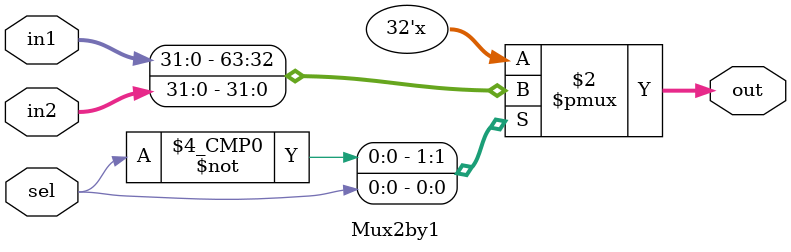
<source format=v>
module Mux2by1(
input [31:0] in1,in2,
input sel ,
output reg [31:0] out);

always@(*) begin
case(sel)
	1'b0: out=in1;
	1'b1: out=in2;
	default: out=32'b0;
endcase
end

endmodule

</source>
